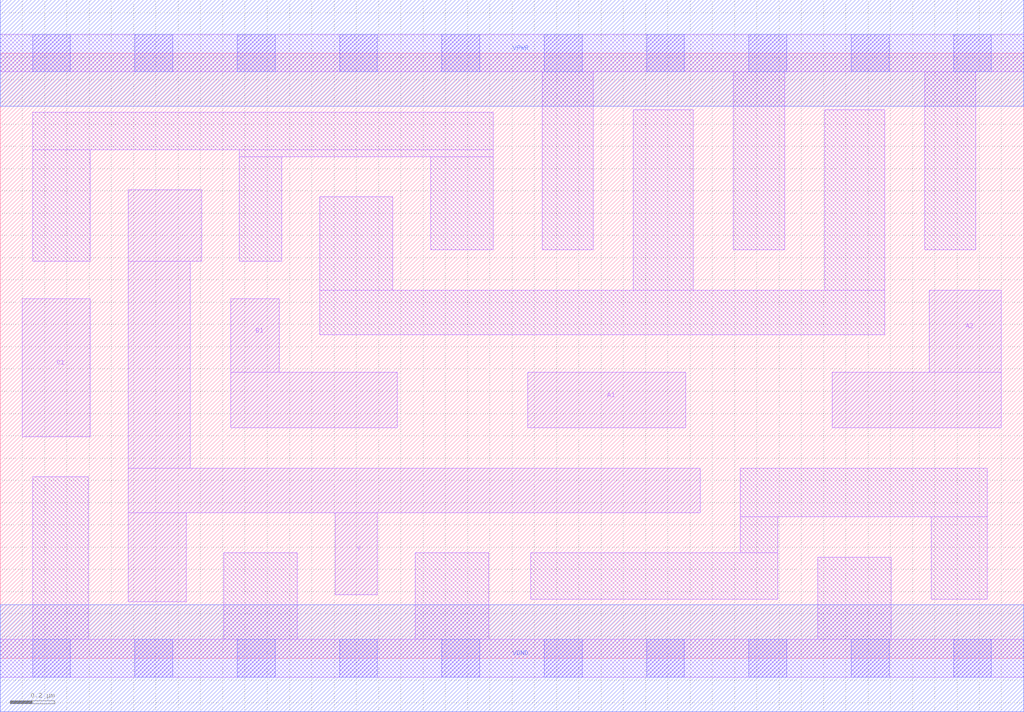
<source format=lef>
# Copyright 2020 The SkyWater PDK Authors
#
# Licensed under the Apache License, Version 2.0 (the "License");
# you may not use this file except in compliance with the License.
# You may obtain a copy of the License at
#
#     https://www.apache.org/licenses/LICENSE-2.0
#
# Unless required by applicable law or agreed to in writing, software
# distributed under the License is distributed on an "AS IS" BASIS,
# WITHOUT WARRANTIES OR CONDITIONS OF ANY KIND, either express or implied.
# See the License for the specific language governing permissions and
# limitations under the License.
#
# SPDX-License-Identifier: Apache-2.0

VERSION 5.7 ;
  NAMESCASESENSITIVE ON ;
  NOWIREEXTENSIONATPIN ON ;
  DIVIDERCHAR "/" ;
  BUSBITCHARS "[]" ;
UNITS
  DATABASE MICRONS 200 ;
END UNITS
MACRO sky130_fd_sc_hd__a211oi_2
  CLASS CORE ;
  SOURCE USER ;
  FOREIGN sky130_fd_sc_hd__a211oi_2 ;
  ORIGIN  0.000000  0.000000 ;
  SIZE  4.600000 BY  2.720000 ;
  SYMMETRY X Y R90 ;
  SITE unithd ;
  PIN A1
    ANTENNAGATEAREA  0.495000 ;
    DIRECTION INPUT ;
    USE SIGNAL ;
    PORT
      LAYER li1 ;
        RECT 2.370000 1.035000 3.080000 1.285000 ;
    END
  END A1
  PIN A2
    ANTENNAGATEAREA  0.495000 ;
    DIRECTION INPUT ;
    USE SIGNAL ;
    PORT
      LAYER li1 ;
        RECT 3.740000 1.035000 4.500000 1.285000 ;
        RECT 4.175000 1.285000 4.500000 1.655000 ;
    END
  END A2
  PIN B1
    ANTENNAGATEAREA  0.495000 ;
    DIRECTION INPUT ;
    USE SIGNAL ;
    PORT
      LAYER li1 ;
        RECT 1.035000 1.035000 1.785000 1.285000 ;
        RECT 1.035000 1.285000 1.255000 1.615000 ;
    END
  END B1
  PIN C1
    ANTENNAGATEAREA  0.495000 ;
    DIRECTION INPUT ;
    USE SIGNAL ;
    PORT
      LAYER li1 ;
        RECT 0.100000 0.995000 0.405000 1.615000 ;
    END
  END C1
  PIN Y
    ANTENNADIFFAREA  0.826000 ;
    DIRECTION OUTPUT ;
    USE SIGNAL ;
    PORT
      LAYER li1 ;
        RECT 0.575000 0.255000 0.835000 0.655000 ;
        RECT 0.575000 0.655000 3.145000 0.855000 ;
        RECT 0.575000 0.855000 0.855000 1.785000 ;
        RECT 0.575000 1.785000 0.905000 2.105000 ;
        RECT 1.505000 0.285000 1.695000 0.655000 ;
    END
  END Y
  PIN VGND
    DIRECTION INOUT ;
    SHAPE ABUTMENT ;
    USE GROUND ;
    PORT
      LAYER met1 ;
        RECT 0.000000 -0.240000 4.600000 0.240000 ;
    END
  END VGND
  PIN VPWR
    DIRECTION INOUT ;
    SHAPE ABUTMENT ;
    USE POWER ;
    PORT
      LAYER met1 ;
        RECT 0.000000 2.480000 4.600000 2.960000 ;
    END
  END VPWR
  OBS
    LAYER li1 ;
      RECT 0.000000 -0.085000 4.600000 0.085000 ;
      RECT 0.000000  2.635000 4.600000 2.805000 ;
      RECT 0.145000  0.085000 0.395000 0.815000 ;
      RECT 0.145000  1.785000 0.405000 2.285000 ;
      RECT 0.145000  2.285000 2.215000 2.455000 ;
      RECT 1.005000  0.085000 1.335000 0.475000 ;
      RECT 1.075000  1.785000 1.265000 2.255000 ;
      RECT 1.075000  2.255000 2.215000 2.285000 ;
      RECT 1.435000  1.455000 3.975000 1.655000 ;
      RECT 1.435000  1.655000 1.765000 2.075000 ;
      RECT 1.865000  0.085000 2.195000 0.475000 ;
      RECT 1.935000  1.835000 2.215000 2.255000 ;
      RECT 2.385000  0.265000 3.495000 0.475000 ;
      RECT 2.435000  1.835000 2.665000 2.635000 ;
      RECT 2.845000  1.655000 3.115000 2.465000 ;
      RECT 3.295000  1.835000 3.525000 2.635000 ;
      RECT 3.325000  0.475000 3.495000 0.635000 ;
      RECT 3.325000  0.635000 4.435000 0.855000 ;
      RECT 3.675000  0.085000 4.005000 0.455000 ;
      RECT 3.705000  1.655000 3.975000 2.465000 ;
      RECT 4.155000  1.835000 4.385000 2.635000 ;
      RECT 4.185000  0.265000 4.435000 0.635000 ;
    LAYER mcon ;
      RECT 0.145000 -0.085000 0.315000 0.085000 ;
      RECT 0.145000  2.635000 0.315000 2.805000 ;
      RECT 0.605000 -0.085000 0.775000 0.085000 ;
      RECT 0.605000  2.635000 0.775000 2.805000 ;
      RECT 1.065000 -0.085000 1.235000 0.085000 ;
      RECT 1.065000  2.635000 1.235000 2.805000 ;
      RECT 1.525000 -0.085000 1.695000 0.085000 ;
      RECT 1.525000  2.635000 1.695000 2.805000 ;
      RECT 1.985000 -0.085000 2.155000 0.085000 ;
      RECT 1.985000  2.635000 2.155000 2.805000 ;
      RECT 2.445000 -0.085000 2.615000 0.085000 ;
      RECT 2.445000  2.635000 2.615000 2.805000 ;
      RECT 2.905000 -0.085000 3.075000 0.085000 ;
      RECT 2.905000  2.635000 3.075000 2.805000 ;
      RECT 3.365000 -0.085000 3.535000 0.085000 ;
      RECT 3.365000  2.635000 3.535000 2.805000 ;
      RECT 3.825000 -0.085000 3.995000 0.085000 ;
      RECT 3.825000  2.635000 3.995000 2.805000 ;
      RECT 4.285000 -0.085000 4.455000 0.085000 ;
      RECT 4.285000  2.635000 4.455000 2.805000 ;
  END
END sky130_fd_sc_hd__a211oi_2
END LIBRARY

</source>
